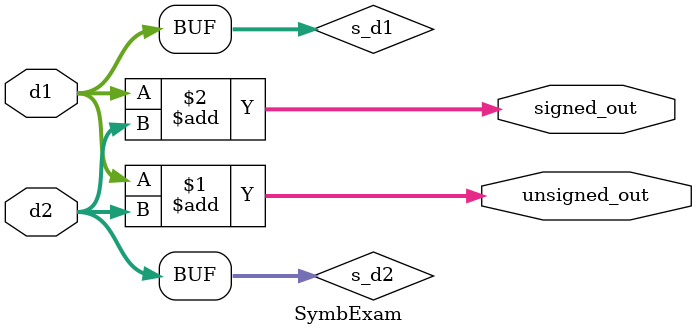
<source format=v>
 
`timescale 1ns / 1ps
//****************************************VSCODE PLUG-IN**********************************//
//----------------------------------------------------------------------------------------
// IDE :                   VSCODE     
// VSCODE plug-in version: Verilog-Hdl-Format-2.8.20240817
// VSCODE plug-in author : Jiang Percy
//----------------------------------------------------------------------------------------
//****************************************Copyright (c)***********************************//
// Copyright(C)            XDU
// All rights reserved     
// File name:              
// Last modified Date:     2024/08/24 16:04:47
// Last Version:           V1.0
// Descriptions:           
//----------------------------------------------------------------------------------------
// Created by:             Li Hualou
// Created date:           2024/08/24 16:04:47
// mail      :             Please Write mail 
// Version:                V1.0
// TEXT NAME:              ex1.v
// PATH:                   C:\Users\Administrator\Desktop\SORCE\verilog\stu\10.filter\ch3\ex1.v
// Descriptions:           
//                         
//----------------------------------------------------------------------------------------
//****************************************************************************************//
                                                               
module SymbExam (
    d1,
    d2,
    signed_out,
    unsigned_out);


    input              [   3: 0]        d1                         ;//输入加数 1 
    input              [   3: 0]        d2                         ;//输入加数 2 
    output             [   3: 0]        unsigned_out               ;//无符号加法输出
    output      signed [   3: 0]        signed_out                 ;//有符号加法输出
 //无符号加法运算
 assign unsigned_out = d1 + d2; 
 
 //有符号加法运算
 wire signed [3:0] s_d1; 
 wire signed [3:0] s_d2; 
 assign s_d1 = d1; 
 assign s_d2 = d2; 
 assign signed_out = s_d1 + s_d2; 
 
endmodule
</source>
